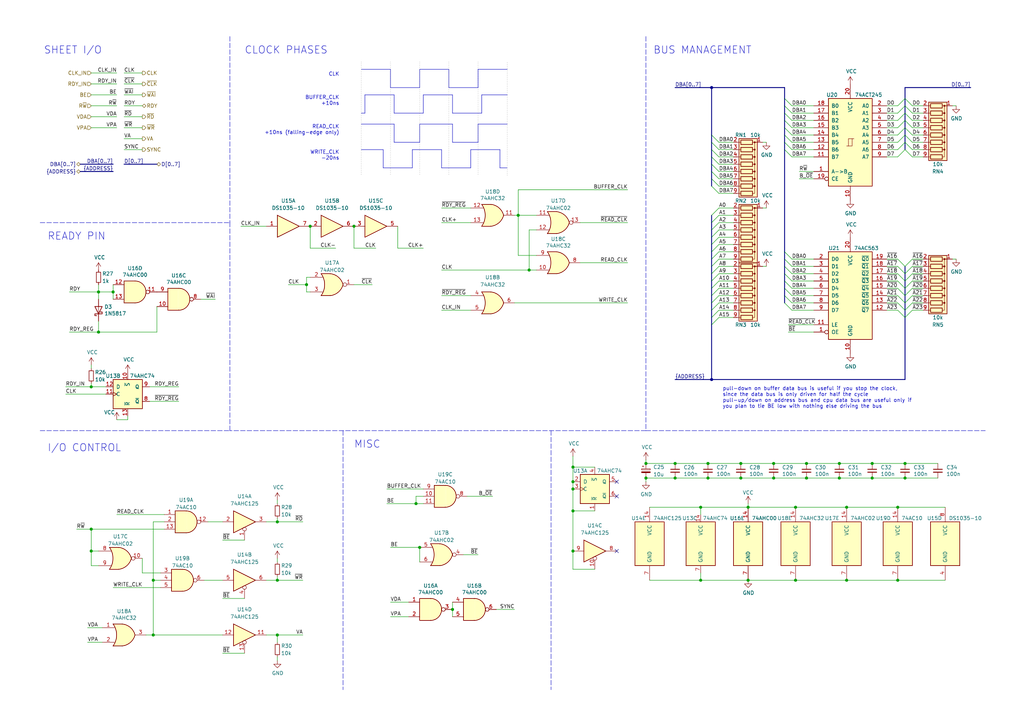
<source format=kicad_sch>
(kicad_sch (version 20211123) (generator eeschema)
  (paper "User" 356.387 251.993)
  (title_block (title "Glue Logic Module") (date "2022-05-23") (rev "A.23") (comment 2 "https://github.com/adrienkohlbecker/65C816") (comment 3 "Licensed under CERN-OHL-W v2") (comment 4 "Copyright © 2022 Adrien Kohlbecker"))
  (junction (at 199.39 177.8))
  (junction (at 34.29 101.6))
  (junction (at 199.39 167.64))
  (junction (at 144.78 175.26))
  (junction (at 234.95 161.29))
  (junction (at 312.42 176.53))
  (junction (at 292.1 161.29))
  (junction (at 34.29 115.57))
  (junction (at 269.24 166.37))
  (junction (at 53.34 220.98))
  (junction (at 243.84 176.53))
  (junction (at 247.65 132.08))
  (junction (at 96.52 220.98))
  (junction (at 184.15 93.98))
  (junction (at 31.75 184.15))
  (junction (at 39.37 101.6))
  (junction (at 107.95 78.74))
  (junction (at 106.68 99.06))
  (junction (at 280.67 161.29))
  (junction (at 257.81 161.29))
  (junction (at 31.75 191.77))
  (junction (at 247.65 30.48))
  (junction (at 260.35 201.93))
  (junction (at 269.24 161.29))
  (junction (at 146.05 190.5))
  (junction (at 303.53 166.37))
  (junction (at 180.34 74.93))
  (junction (at 257.81 166.37))
  (junction (at 199.39 191.77))
  (junction (at 243.84 201.93))
  (junction (at 312.42 201.93))
  (junction (at 123.19 78.74))
  (junction (at 96.52 181.61))
  (junction (at 224.79 166.37))
  (junction (at 199.39 170.18))
  (junction (at 276.86 201.93))
  (junction (at 96.52 201.93))
  (junction (at 224.79 161.29))
  (junction (at 292.1 166.37))
  (junction (at 246.38 161.29))
  (junction (at 246.38 166.37))
  (junction (at 276.86 176.53))
  (junction (at 280.67 166.37))
  (junction (at 157.48 212.09))
  (junction (at 53.34 201.93))
  (junction (at 314.96 161.29))
  (junction (at 314.96 166.37))
  (junction (at 199.39 162.56))
  (junction (at 303.53 161.29))
  (junction (at 294.64 201.93))
  (junction (at 31.75 134.62))
  (junction (at 260.35 176.53))
  (junction (at 294.64 176.53))
  (junction (at 234.95 166.37))
  (no_connect (at 214.63 191.77))
  (no_connect (at 214.63 167.64))
  (no_connect (at 214.63 172.72))
  (bus_entry (at 250.19 49.53) (size -2.54 -2.54))
  (bus_entry (at 314.96 41.91) (size -2.54 2.54))
  (bus_entry (at 314.96 41.91) (size 2.54 2.54))
  (bus_entry (at 312.42 92.71) (size 2.54 2.54))
  (bus_entry (at 273.05 49.53) (size 2.54 2.54))
  (bus_entry (at 317.5 97.79) (size -2.54 2.54))
  (bus_entry (at 317.5 102.87) (size -2.54 2.54))
  (bus_entry (at 273.05 105.41) (size 2.54 2.54))
  (bus_entry (at 273.05 92.71) (size 2.54 2.54))
  (bus_entry (at 273.05 102.87) (size 2.54 2.54))
  (bus_entry (at 273.05 39.37) (size 2.54 2.54))
  (bus_entry (at 312.42 102.87) (size 2.54 2.54))
  (bus_entry (at 250.19 52.07) (size -2.54 -2.54))
  (bus_entry (at 247.65 87.63) (size 2.54 -2.54))
  (bus_entry (at 247.65 92.71) (size 2.54 -2.54))
  (bus_entry (at 273.05 46.99) (size 2.54 2.54))
  (bus_entry (at 312.42 107.95) (size 2.54 2.54))
  (bus_entry (at 250.19 57.15) (size -2.54 -2.54))
  (bus_entry (at 317.5 90.17) (size -2.54 2.54))
  (bus_entry (at 273.05 100.33) (size 2.54 2.54))
  (bus_entry (at 247.65 97.79) (size 2.54 -2.54))
  (bus_entry (at 247.65 82.55) (size 2.54 -2.54))
  (bus_entry (at 314.96 52.07) (size 2.54 2.54))
  (bus_entry (at 317.5 95.25) (size -2.54 2.54))
  (bus_entry (at 273.05 90.17) (size 2.54 2.54))
  (bus_entry (at 250.19 54.61) (size -2.54 -2.54))
  (bus_entry (at 314.96 36.83) (size -2.54 2.54))
  (bus_entry (at 247.65 113.03) (size 2.54 -2.54))
  (bus_entry (at 273.05 44.45) (size 2.54 2.54))
  (bus_entry (at 247.65 107.95) (size 2.54 -2.54))
  (bus_entry (at 250.19 62.23) (size -2.54 -2.54))
  (bus_entry (at 247.65 95.25) (size 2.54 -2.54))
  (bus_entry (at 317.5 105.41) (size -2.54 2.54))
  (bus_entry (at 247.65 90.17) (size 2.54 -2.54))
  (bus_entry (at 247.65 110.49) (size 2.54 -2.54))
  (bus_entry (at 314.96 46.99) (size -2.54 2.54))
  (bus_entry (at 314.96 44.45) (size 2.54 2.54))
  (bus_entry (at 273.05 36.83) (size 2.54 2.54))
  (bus_entry (at 314.96 39.37) (size -2.54 2.54))
  (bus_entry (at 250.19 59.69) (size -2.54 -2.54))
  (bus_entry (at 247.65 85.09) (size 2.54 -2.54))
  (bus_entry (at 314.96 52.07) (size -2.54 2.54))
  (bus_entry (at 312.42 100.33) (size 2.54 2.54))
  (bus_entry (at 312.42 105.41) (size 2.54 2.54))
  (bus_entry (at 317.5 92.71) (size -2.54 2.54))
  (bus_entry (at 273.05 97.79) (size 2.54 2.54))
  (bus_entry (at 317.5 107.95) (size -2.54 2.54))
  (bus_entry (at 314.96 34.29) (size -2.54 2.54))
  (bus_entry (at 312.42 90.17) (size 2.54 2.54))
  (bus_entry (at 314.96 39.37) (size 2.54 2.54))
  (bus_entry (at 247.65 100.33) (size 2.54 -2.54))
  (bus_entry (at 273.05 34.29) (size 2.54 2.54))
  (bus_entry (at 273.05 41.91) (size 2.54 2.54))
  (bus_entry (at 247.65 105.41) (size 2.54 -2.54))
  (bus_entry (at 273.05 95.25) (size 2.54 2.54))
  (bus_entry (at 273.05 52.07) (size 2.54 2.54))
  (bus_entry (at 317.5 100.33) (size -2.54 2.54))
  (bus_entry (at 250.19 64.77) (size -2.54 -2.54))
  (bus_entry (at 247.65 74.93) (size 2.54 -2.54))
  (bus_entry (at 314.96 36.83) (size 2.54 2.54))
  (bus_entry (at 314.96 49.53) (size 2.54 2.54))
  (bus_entry (at 314.96 34.29) (size 2.54 2.54))
  (bus_entry (at 314.96 44.45) (size -2.54 2.54))
  (bus_entry (at 247.65 80.01) (size 2.54 -2.54))
  (bus_entry (at 250.19 67.31) (size -2.54 -2.54))
  (bus_entry (at 273.05 87.63) (size 2.54 2.54))
  (bus_entry (at 247.65 77.47) (size 2.54 -2.54))
  (bus_entry (at 312.42 95.25) (size 2.54 2.54))
  (bus_entry (at 314.96 49.53) (size -2.54 2.54))
  (bus_entry (at 314.96 46.99) (size 2.54 2.54))
  (bus_entry (at 312.42 97.79) (size 2.54 2.54))
  (bus_entry (at 247.65 102.87) (size 2.54 -2.54))
  (wire (pts (xy 199.39 177.8) (xy 207.01 177.8)))
  (wire (pts (xy 43.18 44.45) (xy 49.53 44.45)))
  (wire (pts (xy 34.29 111.76) (xy 34.29 115.57)))
  (polyline (pts (xy 135.89 24.13) (xy 135.89 30.48)) (stroke (width 0) (type solid)))
  (wire (pts (xy 34.29 101.6) (xy 34.29 99.06)))
  (wire (pts (xy 303.53 166.37) (xy 292.1 166.37)))
  (bus (pts (xy 247.65 107.95) (xy 247.65 110.49)))
  (polyline (pts (xy 143.51 58.42) (xy 143.51 52.07)) (stroke (width 0) (type solid)))
  (wire (pts (xy 179.07 105.41) (xy 218.44 105.41)))
  (wire (pts (xy 134.62 170.18) (xy 147.32 170.18)))
  (polyline (pts (xy 146.05 21.59) (xy 146.05 60.96)) (stroke (width 0) (type dot) (color 132 132 132 1)))
  (wire (pts (xy 250.19 59.69) (xy 255.27 59.69)))
  (wire (pts (xy 123.19 78.74) (xy 123.19 86.36)))
  (bus (pts (xy 314.96 102.87) (xy 314.96 105.41)))
  (wire (pts (xy 201.93 77.47) (xy 218.44 77.47)))
  (wire (pts (xy 308.61 39.37) (xy 312.42 39.37)))
  (polyline (pts (xy 146.05 49.53) (xy 146.05 43.18)) (stroke (width 0) (type solid)))
  (wire (pts (xy 255.27 87.63) (xy 250.19 87.63)))
  (wire (pts (xy 250.19 62.23) (xy 255.27 62.23)))
  (wire (pts (xy 331.47 36.83) (xy 332.74 36.83)))
  (wire (pts (xy 96.52 181.61) (xy 105.41 181.61)))
  (wire (pts (xy 321.31 52.07) (xy 317.5 52.07)))
  (wire (pts (xy 250.19 67.31) (xy 255.27 67.31)))
  (wire (pts (xy 317.5 107.95) (xy 321.31 107.95)))
  (wire (pts (xy 31.75 29.21) (xy 40.64 29.21)))
  (bus (pts (xy 247.65 74.93) (xy 247.65 77.47)))
  (wire (pts (xy 312.42 36.83) (xy 308.61 36.83)))
  (wire (pts (xy 54.61 115.57) (xy 54.61 106.68)))
  (polyline (pts (xy 167.64 39.37) (xy 167.64 33.02)) (stroke (width 0) (type solid)))
  (bus (pts (xy 247.65 110.49) (xy 247.65 113.03)))
  (wire (pts (xy 31.75 36.83) (xy 40.64 36.83)))
  (wire (pts (xy 53.34 181.61) (xy 53.34 201.93)))
  (bus (pts (xy 314.96 34.29) (xy 314.96 36.83)))
  (wire (pts (xy 331.47 90.17) (xy 332.74 90.17)))
  (wire (pts (xy 275.59 97.79) (xy 283.21 97.79)))
  (bus (pts (xy 273.05 41.91) (xy 273.05 44.45)))
  (bus (pts (xy 314.96 49.53) (xy 314.96 52.07)))
  (wire (pts (xy 283.21 100.33) (xy 275.59 100.33)))
  (bus (pts (xy 314.96 46.99) (xy 314.96 49.53)))
  (wire (pts (xy 321.31 46.99) (xy 317.5 46.99)))
  (polyline (pts (xy 125.73 52.07) (xy 133.35 52.07)) (stroke (width 0) (type solid)))
  (polyline (pts (xy 156.21 21.59) (xy 156.21 60.96)) (stroke (width 0) (type dot) (color 132 132 132 1)))
  (wire (pts (xy 53.34 201.93) (xy 55.88 201.93)))
  (wire (pts (xy 77.47 227.33) (xy 85.09 227.33)))
  (bus (pts (xy 247.65 30.48) (xy 273.05 30.48)))
  (wire (pts (xy 96.52 173.99) (xy 96.52 175.26)))
  (wire (pts (xy 72.39 181.61) (xy 77.47 181.61)))
  (polyline (pts (xy 157.48 49.53) (xy 166.37 49.53)) (stroke (width 0) (type solid)))
  (wire (pts (xy 138.43 78.74) (xy 138.43 86.36)))
  (wire (pts (xy 224.79 160.02) (xy 224.79 161.29)))
  (polyline (pts (xy 146.05 30.48) (xy 146.05 24.13)) (stroke (width 0) (type solid)))
  (wire (pts (xy 243.84 176.53) (xy 243.84 179.07)))
  (wire (pts (xy 106.68 99.06) (xy 106.68 101.6)))
  (bus (pts (xy 314.96 30.48) (xy 314.96 34.29)))
  (wire (pts (xy 243.84 176.53) (xy 260.35 176.53)))
  (wire (pts (xy 153.67 93.98) (xy 184.15 93.98)))
  (wire (pts (xy 321.31 36.83) (xy 317.5 36.83)))
  (polyline (pts (xy 127 33.02) (xy 137.16 33.02)) (stroke (width 0) (type solid)))
  (wire (pts (xy 308.61 107.95) (xy 312.42 107.95)))
  (wire (pts (xy 250.19 110.49) (xy 255.27 110.49)))
  (polyline (pts (xy 156.21 30.48) (xy 166.37 30.48)) (stroke (width 0) (type solid)))
  (bus (pts (xy 273.05 39.37) (xy 273.05 41.91)))
  (wire (pts (xy 31.75 191.77) (xy 31.75 184.15)))
  (polyline (pts (xy 163.83 52.07) (xy 173.99 52.07)) (stroke (width 0) (type solid)))
  (bus (pts (xy 314.96 41.91) (xy 314.96 44.45)))
  (bus (pts (xy 314.96 92.71) (xy 314.96 95.25)))
  (wire (pts (xy 308.61 54.61) (xy 312.42 54.61)))
  (wire (pts (xy 276.86 201.93) (xy 294.64 201.93)))
  (polyline (pts (xy 156.21 24.13) (xy 156.21 30.48)) (stroke (width 0) (type solid)))
  (wire (pts (xy 146.05 190.5) (xy 146.05 195.58)))
  (polyline (pts (xy 133.35 58.42) (xy 143.51 58.42)) (stroke (width 0) (type solid)))
  (polyline (pts (xy 125.73 21.59) (xy 125.73 60.96)) (stroke (width 0) (type dot) (color 132 132 132 1)))
  (bus (pts (xy 273.05 95.25) (xy 273.05 97.79)))
  (wire (pts (xy 250.19 74.93) (xy 255.27 74.93)))
  (wire (pts (xy 49.53 194.31) (xy 49.53 199.39)))
  (polyline (pts (xy 125.73 39.37) (xy 127 39.37)) (stroke (width 0) (type solid)))
  (wire (pts (xy 180.34 74.93) (xy 180.34 88.9)))
  (wire (pts (xy 179.07 74.93) (xy 180.34 74.93)))
  (bus (pts (xy 273.05 92.71) (xy 273.05 95.25)))
  (bus (pts (xy 247.65 132.08) (xy 314.96 132.08)))
  (wire (pts (xy 275.59 92.71) (xy 283.21 92.71)))
  (bus (pts (xy 247.65 49.53) (xy 247.65 52.07)))
  (wire (pts (xy 283.21 90.17) (xy 275.59 90.17)))
  (wire (pts (xy 184.15 80.01) (xy 184.15 93.98)))
  (wire (pts (xy 180.34 74.93) (xy 186.69 74.93)))
  (wire (pts (xy 52.07 134.62) (xy 62.23 134.62)))
  (wire (pts (xy 71.12 201.93) (xy 77.47 201.93)))
  (bus (pts (xy 247.65 85.09) (xy 247.65 87.63)))
  (bus (pts (xy 273.05 102.87) (xy 273.05 105.41)))
  (wire (pts (xy 161.29 193.04) (xy 166.37 193.04)))
  (bus (pts (xy 247.65 95.25) (xy 247.65 97.79)))
  (wire (pts (xy 246.38 166.37) (xy 257.81 166.37)))
  (wire (pts (xy 314.96 166.37) (xy 303.53 166.37)))
  (bus (pts (xy 273.05 44.45) (xy 273.05 46.99)))
  (wire (pts (xy 135.89 214.63) (xy 142.24 214.63)))
  (wire (pts (xy 144.78 175.26) (xy 147.32 175.26)))
  (bus (pts (xy 273.05 87.63) (xy 273.05 90.17)))
  (wire (pts (xy 274.32 113.03) (xy 283.21 113.03)))
  (bus (pts (xy 273.05 49.53) (xy 273.05 52.07)))
  (wire (pts (xy 312.42 95.25) (xy 308.61 95.25)))
  (wire (pts (xy 92.71 201.93) (xy 96.52 201.93)))
  (wire (pts (xy 269.24 166.37) (xy 257.81 166.37)))
  (wire (pts (xy 43.18 40.64) (xy 49.53 40.64)))
  (wire (pts (xy 312.42 52.07) (xy 308.61 52.07)))
  (polyline (pts (xy 146.05 24.13) (xy 156.21 24.13)) (stroke (width 0) (type solid)))
  (wire (pts (xy 280.67 161.29) (xy 292.1 161.29)))
  (wire (pts (xy 326.39 166.37) (xy 314.96 166.37)))
  (wire (pts (xy 243.84 199.39) (xy 243.84 201.93)))
  (wire (pts (xy 255.27 72.39) (xy 250.19 72.39)))
  (polyline (pts (xy 153.67 58.42) (xy 163.83 58.42)) (stroke (width 0) (type solid)))
  (wire (pts (xy 34.29 104.14) (xy 34.29 101.6)))
  (wire (pts (xy 44.45 144.78) (xy 44.45 146.05)))
  (bus (pts (xy 273.05 46.99) (xy 273.05 49.53)))
  (wire (pts (xy 250.19 90.17) (xy 255.27 90.17)))
  (wire (pts (xy 321.31 100.33) (xy 317.5 100.33)))
  (polyline (pts (xy 166.37 49.53) (xy 166.37 43.18)) (stroke (width 0) (type solid)))
  (wire (pts (xy 312.42 90.17) (xy 308.61 90.17)))
  (wire (pts (xy 218.44 66.04) (xy 180.34 66.04)))
  (wire (pts (xy 49.53 29.21) (xy 43.18 29.21)))
  (wire (pts (xy 275.59 39.37) (xy 283.21 39.37)))
  (wire (pts (xy 31.75 44.45) (xy 40.64 44.45)))
  (wire (pts (xy 31.75 191.77) (xy 34.29 191.77)))
  (polyline (pts (xy 191.77 149.86) (xy 191.77 240.03)))
  (wire (pts (xy 308.61 44.45) (xy 312.42 44.45)))
  (wire (pts (xy 294.64 201.93) (xy 312.42 201.93)))
  (wire (pts (xy 257.81 161.29) (xy 269.24 161.29)))
  (wire (pts (xy 135.89 190.5) (xy 146.05 190.5)))
  (bus (pts (xy 234.95 30.48) (xy 247.65 30.48)))
  (wire (pts (xy 34.29 115.57) (xy 54.61 115.57)))
  (wire (pts (xy 283.21 46.99) (xy 275.59 46.99)))
  (wire (pts (xy 153.67 107.95) (xy 163.83 107.95)))
  (wire (pts (xy 40.64 40.64) (xy 31.75 40.64)))
  (polyline (pts (xy 143.51 52.07) (xy 153.67 52.07)) (stroke (width 0) (type solid)))
  (bus (pts (xy 43.18 57.15) (xy 54.61 57.15)))
  (polyline (pts (xy 135.89 30.48) (xy 146.05 30.48)) (stroke (width 0) (type solid)))
  (wire (pts (xy 53.34 181.61) (xy 57.15 181.61)))
  (polyline (pts (xy 147.32 33.02) (xy 157.48 33.02)) (stroke (width 0) (type solid)))
  (wire (pts (xy 255.27 82.55) (xy 250.19 82.55)))
  (wire (pts (xy 44.45 146.05) (xy 40.64 146.05)))
  (bus (pts (xy 273.05 90.17) (xy 273.05 92.71)))
  (wire (pts (xy 34.29 101.6) (xy 39.37 101.6)))
  (bus (pts (xy 273.05 30.48) (xy 273.05 34.29)))
  (wire (pts (xy 199.39 162.56) (xy 199.39 167.64)))
  (polyline (pts (xy 13.97 77.47) (xy 80.01 77.47)))
  (wire (pts (xy 257.81 161.29) (xy 246.38 161.29)))
  (polyline (pts (xy 137.16 39.37) (xy 147.32 39.37)) (stroke (width 0) (type solid)))
  (polyline (pts (xy 133.35 52.07) (xy 133.35 58.42)) (stroke (width 0) (type solid)))
  (bus (pts (xy 247.65 90.17) (xy 247.65 92.71)))
  (wire (pts (xy 92.71 220.98) (xy 96.52 220.98)))
  (wire (pts (xy 274.32 115.57) (xy 283.21 115.57)))
  (bus (pts (xy 273.05 36.83) (xy 273.05 39.37)))
  (wire (pts (xy 22.86 134.62) (xy 31.75 134.62)))
  (bus (pts (xy 314.96 39.37) (xy 314.96 41.91)))
  (wire (pts (xy 275.59 102.87) (xy 283.21 102.87)))
  (wire (pts (xy 303.53 161.29) (xy 314.96 161.29)))
  (wire (pts (xy 199.39 177.8) (xy 199.39 191.77)))
  (wire (pts (xy 43.18 52.07) (xy 49.53 52.07)))
  (wire (pts (xy 96.52 220.98) (xy 96.52 223.52)))
  (wire (pts (xy 317.5 54.61) (xy 321.31 54.61)))
  (polyline (pts (xy 153.67 52.07) (xy 153.67 58.42)) (stroke (width 0) (type solid)))
  (wire (pts (xy 184.15 80.01) (xy 186.69 80.01)))
  (wire (pts (xy 184.15 93.98) (xy 186.69 93.98)))
  (bus (pts (xy 247.65 87.63) (xy 247.65 90.17)))
  (wire (pts (xy 255.27 92.71) (xy 250.19 92.71)))
  (bus (pts (xy 314.96 110.49) (xy 314.96 132.08)))
  (bus (pts (xy 247.65 62.23) (xy 247.65 64.77)))
  (wire (pts (xy 180.34 88.9) (xy 186.69 88.9)))
  (wire (pts (xy 317.5 97.79) (xy 321.31 97.79)))
  (wire (pts (xy 226.06 201.93) (xy 243.84 201.93)))
  (polyline (pts (xy 167.64 33.02) (xy 176.53 33.02)) (stroke (width 0) (type solid)))
  (wire (pts (xy 246.38 161.29) (xy 234.95 161.29)))
  (wire (pts (xy 260.35 176.53) (xy 276.86 176.53)))
  (wire (pts (xy 312.42 105.41) (xy 308.61 105.41)))
  (wire (pts (xy 250.19 105.41) (xy 255.27 105.41)))
  (wire (pts (xy 278.13 62.23) (xy 283.21 62.23)))
  (wire (pts (xy 250.19 49.53) (xy 255.27 49.53)))
  (wire (pts (xy 266.7 72.39) (xy 265.43 72.39)))
  (wire (pts (xy 31.75 25.4) (xy 40.64 25.4)))
  (polyline (pts (xy 224.79 149.86) (xy 342.9 149.86)))
  (wire (pts (xy 100.33 99.06) (xy 106.68 99.06)))
  (bus (pts (xy 273.05 52.07) (xy 273.05 87.63)))
  (bus (pts (xy 247.65 52.07) (xy 247.65 54.61)))
  (polyline (pts (xy 173.99 58.42) (xy 176.53 58.42)) (stroke (width 0) (type solid)))
  (wire (pts (xy 224.79 166.37) (xy 234.95 166.37)))
  (wire (pts (xy 234.95 166.37) (xy 246.38 166.37)))
  (wire (pts (xy 283.21 95.25) (xy 275.59 95.25)))
  (bus (pts (xy 247.65 105.41) (xy 247.65 107.95)))
  (wire (pts (xy 172.72 212.09) (xy 179.07 212.09)))
  (wire (pts (xy 250.19 100.33) (xy 255.27 100.33)))
  (wire (pts (xy 106.68 96.52) (xy 107.95 96.52)))
  (wire (pts (xy 69.85 104.14) (xy 74.93 104.14)))
  (polyline (pts (xy 166.37 43.18) (xy 176.53 43.18)) (stroke (width 0) (type solid)))
  (bus (pts (xy 273.05 100.33) (xy 273.05 102.87)))
  (wire (pts (xy 312.42 41.91) (xy 308.61 41.91)))
  (wire (pts (xy 308.61 49.53) (xy 312.42 49.53)))
  (polyline (pts (xy 166.37 30.48) (xy 166.37 24.13)) (stroke (width 0) (type solid)))
  (polyline (pts (xy 147.32 39.37) (xy 147.32 33.02)) (stroke (width 0) (type solid)))
  (wire (pts (xy 317.5 102.87) (xy 321.31 102.87)))
  (bus (pts (xy 247.65 82.55) (xy 247.65 85.09)))
  (wire (pts (xy 224.79 161.29) (xy 234.95 161.29)))
  (wire (pts (xy 134.62 175.26) (xy 144.78 175.26)))
  (polyline (pts (xy 173.99 52.07) (xy 173.99 58.42)) (stroke (width 0) (type solid)))
  (wire (pts (xy 292.1 166.37) (xy 280.67 166.37)))
  (wire (pts (xy 107.95 86.36) (xy 116.84 86.36)))
  (wire (pts (xy 31.75 184.15) (xy 57.15 184.15)))
  (bus (pts (xy 314.96 97.79) (xy 314.96 100.33)))
  (bus (pts (xy 247.65 100.33) (xy 247.65 102.87)))
  (wire (pts (xy 317.5 44.45) (xy 321.31 44.45)))
  (wire (pts (xy 255.27 97.79) (xy 250.19 97.79)))
  (wire (pts (xy 96.52 220.98) (xy 105.41 220.98)))
  (wire (pts (xy 144.78 175.26) (xy 144.78 172.72)))
  (wire (pts (xy 312.42 176.53) (xy 328.93 176.53)))
  (polyline (pts (xy 166.37 24.13) (xy 176.53 24.13)) (stroke (width 0) (type solid)))
  (bus (pts (xy 27.94 57.15) (xy 39.37 57.15)))
  (wire (pts (xy 255.27 77.47) (xy 250.19 77.47)))
  (wire (pts (xy 265.43 49.53) (xy 266.7 49.53)))
  (wire (pts (xy 269.24 161.29) (xy 280.67 161.29)))
  (polyline (pts (xy 80.01 149.86) (xy 80.01 77.47)))
  (wire (pts (xy 250.19 57.15) (xy 255.27 57.15)))
  (wire (pts (xy 31.75 127) (xy 31.75 128.27)))
  (wire (pts (xy 135.89 209.55) (xy 142.24 209.55)))
  (wire (pts (xy 153.67 72.39) (xy 163.83 72.39)))
  (wire (pts (xy 40.64 179.07) (xy 57.15 179.07)))
  (polyline (pts (xy 163.83 58.42) (xy 163.83 52.07)) (stroke (width 0) (type solid)))
  (wire (pts (xy 312.42 100.33) (xy 308.61 100.33)))
  (wire (pts (xy 157.48 209.55) (xy 157.48 212.09)))
  (wire (pts (xy 243.84 201.93) (xy 260.35 201.93)))
  (wire (pts (xy 31.75 196.85) (xy 31.75 191.77)))
  (wire (pts (xy 24.13 101.6) (xy 34.29 101.6)))
  (wire (pts (xy 40.64 33.02) (xy 31.75 33.02)))
  (wire (pts (xy 199.39 162.56) (xy 207.01 162.56)))
  (wire (pts (xy 96.52 180.34) (xy 96.52 181.61)))
  (wire (pts (xy 283.21 41.91) (xy 275.59 41.91)))
  (wire (pts (xy 317.5 92.71) (xy 321.31 92.71)))
  (bus (pts (xy 247.65 80.01) (xy 247.65 82.55)))
  (bus (pts (xy 247.65 59.69) (xy 247.65 62.23)))
  (bus (pts (xy 247.65 113.03) (xy 247.65 132.08)))
  (wire (pts (xy 138.43 86.36) (xy 147.32 86.36)))
  (wire (pts (xy 260.35 201.93) (xy 276.86 201.93)))
  (bus (pts (xy 247.65 46.99) (xy 247.65 49.53)))
  (bus (pts (xy 247.65 57.15) (xy 247.65 59.69)))
  (wire (pts (xy 96.52 228.6) (xy 96.52 229.87)))
  (wire (pts (xy 83.82 78.74) (xy 92.71 78.74)))
  (polyline (pts (xy 157.48 39.37) (xy 167.64 39.37)) (stroke (width 0) (type solid)))
  (wire (pts (xy 314.96 161.29) (xy 326.39 161.29)))
  (polyline (pts (xy 125.73 43.18) (xy 137.16 43.18)) (stroke (width 0) (type solid)))
  (wire (pts (xy 308.61 92.71) (xy 312.42 92.71)))
  (wire (pts (xy 123.19 86.36) (xy 130.81 86.36)))
  (polyline (pts (xy 127 39.37) (xy 127 33.02)) (stroke (width 0) (type solid)))
  (wire (pts (xy 201.93 91.44) (xy 218.44 91.44)))
  (wire (pts (xy 39.37 101.6) (xy 39.37 104.14)))
  (bus (pts (xy 247.65 30.48) (xy 247.65 46.99)))
  (wire (pts (xy 283.21 59.69) (xy 278.13 59.69)))
  (wire (pts (xy 106.68 96.52) (xy 106.68 99.06)))
  (wire (pts (xy 39.37 101.6) (xy 39.37 99.06)))
  (bus (pts (xy 314.96 107.95) (xy 314.96 110.49)))
  (bus (pts (xy 247.65 77.47) (xy 247.65 80.01)))
  (bus (pts (xy 314.96 100.33) (xy 314.96 102.87)))
  (wire (pts (xy 317.5 39.37) (xy 321.31 39.37)))
  (wire (pts (xy 250.19 52.07) (xy 255.27 52.07)))
  (wire (pts (xy 199.39 170.18) (xy 199.39 177.8)))
  (wire (pts (xy 321.31 105.41) (xy 317.5 105.41)))
  (bus (pts (xy 314.96 44.45) (xy 314.96 46.99)))
  (wire (pts (xy 180.34 66.04) (xy 180.34 74.93)))
  (polyline (pts (xy 135.89 21.59) (xy 135.89 60.96)) (stroke (width 0) (type dot) (color 132 132 132 1)))
  (wire (pts (xy 26.67 184.15) (xy 31.75 184.15)))
  (wire (pts (xy 275.59 44.45) (xy 283.21 44.45)))
  (wire (pts (xy 30.48 218.44) (xy 35.56 218.44)))
  (wire (pts (xy 123.19 99.06) (xy 129.54 99.06)))
  (bus (pts (xy 314.96 36.83) (xy 314.96 39.37)))
  (wire (pts (xy 312.42 201.93) (xy 328.93 201.93)))
  (bus (pts (xy 27.94 59.69) (xy 39.37 59.69)))
  (wire (pts (xy 96.52 194.31) (xy 96.52 195.58)))
  (polyline (pts (xy 137.16 43.18) (xy 137.16 49.53)) (stroke (width 0) (type solid)))
  (wire (pts (xy 50.8 220.98) (xy 53.34 220.98)))
  (wire (pts (xy 31.75 196.85) (xy 34.29 196.85)))
  (bus (pts (xy 314.96 105.41) (xy 314.96 107.95)))
  (wire (pts (xy 24.13 115.57) (xy 34.29 115.57)))
  (wire (pts (xy 77.47 208.28) (xy 85.09 208.28)))
  (wire (pts (xy 31.75 134.62) (xy 36.83 134.62)))
  (wire (pts (xy 255.27 102.87) (xy 250.19 102.87)))
  (wire (pts (xy 321.31 95.25) (xy 317.5 95.25)))
  (wire (pts (xy 157.48 212.09) (xy 157.48 214.63)))
  (wire (pts (xy 106.68 101.6) (xy 107.95 101.6)))
  (bus (pts (xy 314.96 30.48) (xy 337.82 30.48)))
  (bus (pts (xy 273.05 34.29) (xy 273.05 36.83)))
  (polyline (pts (xy 157.48 43.18) (xy 157.48 49.53)) (stroke (width 0) (type solid)))
  (wire (pts (xy 275.59 54.61) (xy 283.21 54.61)))
  (wire (pts (xy 224.79 166.37) (xy 224.79 167.64)))
  (bus (pts (xy 247.65 92.71) (xy 247.65 95.25)))
  (wire (pts (xy 308.61 97.79) (xy 312.42 97.79)))
  (wire (pts (xy 31.75 133.35) (xy 31.75 134.62)))
  (bus (pts (xy 247.65 54.61) (xy 247.65 57.15)))
  (wire (pts (xy 308.61 102.87) (xy 312.42 102.87)))
  (wire (pts (xy 283.21 36.83) (xy 275.59 36.83)))
  (wire (pts (xy 226.06 176.53) (xy 243.84 176.53)))
  (wire (pts (xy 250.19 95.25) (xy 255.27 95.25)))
  (wire (pts (xy 317.5 49.53) (xy 321.31 49.53)))
  (polyline (pts (xy 176.53 21.8543) (xy 176.53 61.2243)) (stroke (width 0) (type dot) (color 132 132 132 1)))
  (wire (pts (xy 22.86 137.16) (xy 36.83 137.16)))
  (wire (pts (xy 275.59 49.53) (xy 283.21 49.53)))
  (polyline (pts (xy 80.01 12.7) (xy 80.01 77.47)))
  (wire (pts (xy 153.67 77.47) (xy 163.83 77.47)))
  (polyline (pts (xy 119.38 149.86) (xy 119.38 240.03)))
  (bus (pts (xy 247.65 102.87) (xy 247.65 105.41)))
  (wire (pts (xy 275.59 107.95) (xy 283.21 107.95)))
  (wire (pts (xy 294.64 176.53) (xy 312.42 176.53)))
  (polyline (pts (xy 125.73 24.13) (xy 135.89 24.13)) (stroke (width 0) (type solid)))
  (polyline (pts (xy 137.16 49.53) (xy 146.05 49.53)) (stroke (width 0) (type solid)))
  (wire (pts (xy 162.56 172.72) (xy 171.45 172.72)))
  (wire (pts (xy 250.19 85.09) (xy 255.27 85.09)))
  (wire (pts (xy 77.47 187.96) (xy 85.09 187.96)))
  (wire (pts (xy 199.39 158.75) (xy 199.39 162.56)))
  (wire (pts (xy 280.67 166.37) (xy 269.24 166.37)))
  (wire (pts (xy 49.53 25.4) (xy 43.18 25.4)))
  (polyline (pts (xy 157.48 33.02) (xy 157.48 39.37)) (stroke (width 0) (type solid)))
  (wire (pts (xy 43.18 36.83) (xy 49.53 36.83)))
  (wire (pts (xy 250.19 80.01) (xy 255.27 80.01)))
  (wire (pts (xy 207.01 198.12) (xy 199.39 198.12)))
  (wire (pts (xy 107.95 78.74) (xy 107.95 86.36)))
  (wire (pts (xy 96.52 201.93) (xy 105.41 201.93)))
  (wire (pts (xy 96.52 200.66) (xy 96.52 201.93)))
  (wire (pts (xy 43.18 33.02) (xy 49.53 33.02)))
  (wire (pts (xy 53.34 220.98) (xy 77.47 220.98)))
  (wire (pts (xy 250.19 64.77) (xy 255.27 64.77)))
  (wire (pts (xy 266.7 92.71) (xy 265.43 92.71)))
  (wire (pts (xy 92.71 181.61) (xy 96.52 181.61)))
  (wire (pts (xy 260.35 176.53) (xy 260.35 175.26)))
  (bus (pts (xy 247.65 97.79) (xy 247.65 100.33)))
  (wire (pts (xy 39.37 204.47) (xy 55.88 204.47)))
  (polyline (pts (xy 224.79 12.7) (xy 224.79 149.86)))
  (wire (pts (xy 255.27 107.95) (xy 250.19 107.95)))
  (wire (pts (xy 283.21 105.41) (xy 275.59 105.41)))
  (wire (pts (xy 321.31 41.91) (xy 317.5 41.91)))
  (wire (pts (xy 43.18 48.26) (xy 49.53 48.26)))
  (wire (pts (xy 199.39 191.77) (xy 199.39 198.12)))
  (polyline (pts (xy 146.05 43.18) (xy 157.48 43.18)) (stroke (width 0) (type solid)))
  (polyline (pts (xy 13.97 149.86) (xy 80.01 149.86)))
  (wire (pts (xy 153.67 102.87) (xy 163.83 102.87)))
  (wire (pts (xy 199.39 167.64) (xy 199.39 170.18)))
  (wire (pts (xy 250.19 54.61) (xy 255.27 54.61)))
  (polyline (pts (xy 224.79 149.86) (xy 80.01 149.86)))
  (polyline (pts (xy 137.16 33.02) (xy 137.16 39.37)) (stroke (width 0) (type solid)))
  (wire (pts (xy 52.07 139.7) (xy 62.23 139.7)))
  (wire (pts (xy 30.48 223.52) (xy 35.56 223.52)))
  (wire (pts (xy 292.1 161.29) (xy 303.53 161.29)))
  (wire (pts (xy 283.21 52.07) (xy 275.59 52.07)))
  (wire (pts (xy 321.31 90.17) (xy 317.5 90.17)))
  (wire (pts (xy 276.86 176.53) (xy 294.64 176.53)))
  (wire (pts (xy 312.42 46.99) (xy 308.61 46.99)))
  (bus (pts (xy 314.96 95.25) (xy 314.96 97.79)))
  (wire (pts (xy 53.34 201.93) (xy 53.34 220.98)))
  (wire (pts (xy 144.78 172.72) (xy 147.32 172.72)))
  (wire (pts (xy 49.53 199.39) (xy 55.88 199.39)))
  (bus (pts (xy 234.95 132.08) (xy 247.65 132.08)))
  (bus (pts (xy 273.05 97.79) (xy 273.05 100.33)))
  (polyline (pts (xy 166.37 21.59) (xy 166.37 60.96)) (stroke (width 0) (type dot) (color 132 132 132 1)))
  (text "BUS MANAGEMENT" (at 227.33 19.05 0) (effects (font (size 2.54 2.54)) (justify left bottom)))
  (text "I/O CONTROL" (at 16.51 157.48 0) (effects (font (size 2.54 2.54)) (justify left bottom)))
  (text "WRITE_CLK\n-20ns" (at 118.11 55.88 180) (effects (font (size 1.27 1.27)) (justify right bottom)))
  (text "MISC" (at 123.19 156.21 0) (effects (font (size 2.54 2.54)) (justify left bottom)))
  (text "CLK" (at 118.11 26.67 180) (effects (font (size 1.27 1.27)) (justify right bottom)))
  (text "BUFFER_CLK\n+10ns" (at 118.11 36.83 180) (effects (font (size 1.27 1.27)) (justify right bottom)))
  (text "READY PIN" (at 16.51 83.82 0) (effects (font (size 2.54 2.54)) (justify left bottom)))
  (text "pull-down on buffer data bus is useful if you stop the clock, \nsince the data bus is only driven for half the cycle\npull-up/down on address bus and cpu data bus are useful only if \nyou plan to tie BE low with nothing else driving the bus" (at 251.46 142.24 0) (effects (font (size 1.27 1.27)) (justify left bottom)))
  (text "CLOCK PHASES" (at 85.09 19.05 0) (effects (font (size 2.54 2.54)) (justify left bottom)))
  (text "READ_CLK\n+10ns (falling-edge only)" (at 118.11 46.99 180) (effects (font (size 1.27 1.27)) (justify right bottom)))
  (text "SHEET I/O" (at 15.24 19.05 0) (effects (font (size 2.54 2.54)) (justify left bottom)))
  (label "~{CLK}" (at 129.54 99.06 180))
  (label "D3" (at 308.61 44.45 0))
  (label "CLK+" (at 147.32 86.36 180))
  (label "~{READ_CLK}" (at 274.32 113.03 0))
  (label "~{RD}" (at 105.41 181.61 180))
  (label "A4" (at 250.19 82.55 0))
  (label "~{BE}" (at 77.47 187.96 0))
  (label "~{A16}" (at 317.5 90.17 0))
  (label "VPA" (at 40.64 44.45 180))
  (label "B_~{OE}" (at 171.45 172.72 180))
  (label "DBA4" (at 275.59 100.33 0))
  (label "A2" (at 250.19 77.47 0))
  (label "CLK+" (at 153.67 77.47 0))
  (label "R~{W}" (at 40.64 36.83 180))
  (label "DBA3" (at 275.59 97.79 0))
  (label "A6" (at 250.19 87.63 0))
  (label "DBA2" (at 275.59 41.91 0))
  (label "READ_CLK" (at 40.64 179.07 0))
  (label "VPA" (at 30.48 223.52 0))
  (label "D7" (at 308.61 54.61 0))
  (label "~{A22}" (at 308.61 105.41 0))
  (label "SYNC" (at 43.18 52.07 0))
  (label "CLK" (at 130.81 86.36 180))
  (label "A10" (at 250.19 97.79 0))
  (label "DBA4" (at 275.59 46.99 0))
  (label "B_~{OE}" (at 278.13 62.23 0))
  (label "D4" (at 317.5 46.99 0))
  (label "R~{W}" (at 26.67 184.15 0))
  (label "BE" (at 134.62 175.26 0))
  (label "VA" (at 43.18 48.26 0))
  (label "BE" (at 135.89 190.5 0))
  (label "DBA6" (at 275.59 105.41 0))
  (label "VDA" (at 30.48 218.44 0))
  (label "~{A18}" (at 308.61 95.25 0))
  (label "~{A17}" (at 317.5 92.71 0))
  (label "A7" (at 250.19 90.17 0))
  (label "~{WAI}" (at 74.93 104.14 180))
  (label "DBA1" (at 275.59 39.37 0))
  (label "CLK-" (at 116.84 86.36 180))
  (label "A0" (at 250.19 72.39 0))
  (label "VDA" (at 40.64 40.64 180))
  (label "~{A19}" (at 308.61 97.79 0))
  (label "DBA[0..7]" (at 234.95 30.48 0))
  (label "DBA[0..7]" (at 39.37 57.15 180))
  (label "~{WR}" (at 43.18 44.45 0))
  (label "DBA2" (at 275.59 95.25 0))
  (label "DBA0" (at 250.19 49.53 0))
  (label "D4" (at 308.61 46.99 0))
  (label "A9" (at 250.19 95.25 0))
  (label "A11" (at 250.19 100.33 0))
  (label "RDY" (at 24.13 101.6 0))
  (label "CLK" (at 43.18 25.4 0))
  (label "SYNC" (at 179.07 212.09 180))
  (label "DBA0" (at 275.59 90.17 0))
  (label "D6" (at 317.5 52.07 0))
  (label "DBA3" (at 250.19 57.15 0))
  (label "A3" (at 250.19 80.01 0))
  (label "~{READ_CLK}" (at 218.44 77.47 180))
  (label "~{A23}" (at 308.61 107.95 0))
  (label "BUFFER_CLK" (at 218.44 66.04 180))
  (label "A5" (at 250.19 85.09 0))
  (label "R~{W}" (at 278.13 59.69 0))
  (label "~{A20}" (at 308.61 100.33 0))
  (label "RDY" (at 43.18 36.83 0))
  (label "VA" (at 105.41 220.98 180))
  (label "D7" (at 317.5 54.61 0))
  (label "VDA" (at 135.89 209.55 0))
  (label "~{WR}" (at 105.41 201.93 180))
  (label "A14" (at 250.19 107.95 0))
  (label "~{BE}" (at 274.32 115.57 0))
  (label "CLK_IN" (at 153.67 107.95 0))
  (label "RDY_IN" (at 40.64 29.21 180))
  (label "D5" (at 317.5 49.53 0))
  (label "~{A22}" (at 317.5 105.41 0))
  (label "D6" (at 308.61 52.07 0))
  (label "~{BE}" (at 77.47 227.33 0))
  (label "A15" (at 250.19 110.49 0))
  (label "~{A20}" (at 317.5 100.33 0))
  (label "RDY_REG" (at 24.13 115.57 0))
  (label "CLK" (at 100.33 99.06 0))
  (label "CLK_IN" (at 40.64 25.4 180))
  (label "DBA1" (at 250.19 52.07 0))
  (label "DBA6" (at 275.59 52.07 0))
  (label "CLK" (at 22.86 137.16 0))
  (label "WRITE_CLK" (at 39.37 204.47 0))
  (label "DBA3" (at 275.59 44.45 0))
  (label "BUFFER_CLK" (at 134.62 170.18 0))
  (label "~{RD}" (at 43.18 40.64 0))
  (label "~{A16}" (at 308.61 90.17 0))
  (label "DBA1" (at 275.59 92.71 0))
  (label "DBA7" (at 250.19 67.31 0))
  (label "{ADDRESS}" (at 234.95 132.08 0))
  (label "D0" (at 317.5 36.83 0))
  (label "DBA4" (at 250.19 59.69 0))
  (label "DBA7" (at 275.59 107.95 0))
  (label "DBA5" (at 250.19 62.23 0))
  (label "~{A17}" (at 308.61 92.71 0))
  (label "CLK_IN" (at 83.82 78.74 0))
  (label "D3" (at 317.5 44.45 0))
  (label "~{RDY_REG}" (at 153.67 102.87 0))
  (label "D2" (at 317.5 41.91 0))
  (label "~{BE}" (at 77.47 208.28 0))
  (label "D0" (at 308.61 36.83 0))
  (label "DBA5" (at 275.59 102.87 0))
  (label "RDY_IN" (at 22.86 134.62 0))
  (label "DBA2" (at 250.19 54.61 0))
  (label "~{A19}" (at 317.5 97.79 0))
  (label "D[0..7]" (at 337.82 30.48 180))
  (label "D1" (at 317.5 39.37 0))
  (label "~{RDY_REG}" (at 153.67 72.39 0))
  (label "DBA6" (at 250.19 64.77 0))
  (label "RDY_REG" (at 62.23 134.62 180))
  (label "VPA" (at 135.89 214.63 0))
  (label "READ_CLK" (at 218.44 91.44 180))
  (label "~{A21}" (at 317.5 102.87 0))
  (label "~{A21}" (at 308.61 102.87 0))
  (label "CLK" (at 153.67 93.98 0))
  (label "~{CLK}" (at 43.18 29.21 0))
  (label "{ADDRESS}" (at 39.37 59.69 180))
  (label "A13" (at 250.19 105.41 0))
  (label "A1" (at 250.19 74.93 0))
  (label "DBA0" (at 275.59 36.83 0))
  (label "~{A18}" (at 317.5 95.25 0))
  (label "D[0..7]" (at 43.18 57.15 0))
  (label "A12" (at 250.19 102.87 0))
  (label "A8" (at 250.19 92.71 0))
  (label "~{BE}" (at 166.37 193.04 180))
  (label "~{A23}" (at 317.5 107.95 0))
  (label "~{RDY_REG}" (at 62.23 139.7 180))
  (label "D1" (at 308.61 39.37 0))
  (label "D2" (at 308.61 41.91 0))
  (label "DBA5" (at 275.59 49.53 0))
  (label "BE" (at 40.64 33.02 180))
  (label "D5" (at 308.61 49.53 0))
  (label "~{WAI}" (at 43.18 33.02 0))
  (label "WRITE_CLK" (at 218.44 105.41 180))
  (label "DBA7" (at 275.59 54.61 0))
  (hierarchical_label "~{WAI}" (shape output) (at 49.53 33.02 0))
  (hierarchical_label "R~{W}" (shape input) (at 31.75 36.83 180))
  (hierarchical_label "VPA" (shape input) (at 31.75 44.45 180))
  (hierarchical_label "~{RD}" (shape output) (at 49.53 40.64 0))
  (hierarchical_label "SYNC" (shape output) (at 49.53 52.07 0))
  (hierarchical_label "~{CLK}" (shape output) (at 49.53 29.21 0))
  (hierarchical_label "VA" (shape output) (at 49.53 48.26 0))
  (hierarchical_label "VDA" (shape input) (at 31.75 40.64 180))
  (hierarchical_label "RDY_IN" (shape input) (at 31.75 29.21 180))
  (hierarchical_label "~{WR}" (shape output) (at 49.53 44.45 0))
  (hierarchical_label "D[0..7]" (shape bidirectional) (at 54.61 57.15 0))
  (hierarchical_label "CLK" (shape output) (at 49.53 25.4 0))
  (hierarchical_label "{ADDRESS}" (shape bidirectional) (at 27.94 59.69 180))
  (hierarchical_label "CLK_IN" (shape input) (at 31.75 25.4 180))
  (hierarchical_label "RDY" (shape bidirectional) (at 49.53 36.83 0))
  (hierarchical_label "BE" (shape input) (at 31.75 33.02 180))
  (hierarchical_label "DBA[0..7]" (shape bidirectional) (at 27.94 57.15 180))
  (symbol (lib_id "65C816:DS1035-10") (at 100.33 78.74 0) (unit 1)
    (property "Reference" "U15" (at 100.33 69.85 0))
    (property "Value" "DS1035-10" (at 100.33 72.39 0))
    (property "Datasheet" "https://datasheets.maximintegrated.com/en/ds/DS1035.pdf" (effects hide))
  )
  (symbol (lib_id "Device:R_Small") (at 31.75 130.81 0) (unit 1)
    (property "Reference" "R26" (at 33.02 129.54 0) (effects (justify left)))
    (property "Value" "10k" (at 33.02 132.08 0) (effects (justify left)))
  )
  (symbol (lib_id "74xx:74LS74") (at 207.01 170.18 0) (unit 1)
    (property "Reference" "U13" (at 201.93 163.83 0))
    (property "Value" "74AHC74" (at 212.09 163.83 0))
    (property "Datasheet" "https://www.ti.com/lit/ds/symlink/sn74ahc74.pdf" (effects hide))
  )
  (symbol (lib_id "74xx:74LS02") (at 153.67 193.04 0) (unit 2)
    (property "Reference" "U17" (at 153.67 185.42 0))
    (property "Value" "74AHC02" (at 153.67 187.96 0))
    (property "Datasheet" "https://www.ti.com/lit/ds/symlink/sn74ahc02.pdf" (effects hide))
  )
  (symbol (lib_id "65C816:DS1035-10") (at 130.81 78.74 0) (unit 3)
    (property "Reference" "U15" (at 130.81 69.85 0))
    (property "Value" "DS1035-10" (at 130.81 72.39 0))
    (property "Datasheet" "https://datasheets.maximintegrated.com/en/ds/DS1035.pdf" (effects hide))
  )
  (symbol (lib_id "Device:C_Small") (at 326.39 163.83 0) (unit 1)
    (property "Reference" "C34" (at 329.311 162.6616 0) (effects (justify left)))
    (property "Value" "100n" (at 329.311 164.973 0) (effects (justify left)))
  )
  (symbol (lib_id "Device:R_Network08") (at 326.39 46.99 270) (unit 1)
    (property "Reference" "RN4" (at 326.39 59.69 90))
    (property "Value" "10k" (at 326.39 57.15 90))
    (property "Footprint" "Resistor_THT:R_Array_SIP9" (effects hide))
    (property "Datasheet" "https://nl.mouser.com/datasheet/2/54/4600x-776645.pdf" (effects hide))
  )
  (symbol (lib_id "Device:R_Network08") (at 260.35 82.55 270) (unit 1)
    (property "Reference" "RN2" (at 257.81 69.85 90))
    (property "Value" "10k" (at 262.89 69.85 90))
    (property "Footprint" "Resistor_THT:R_Array_SIP9" (effects hide))
    (property "Datasheet" "https://nl.mouser.com/datasheet/2/54/4600x-776645.pdf" (effects hide))
  )
  (symbol (lib_id "74xx:74LS10") (at 154.94 172.72 0) (unit 3)
    (property "Reference" "U19" (at 154.94 165.1 0))
    (property "Value" "74AC10" (at 154.94 167.64 0))
    (property "Datasheet" "https://www.ti.com/lit/ds/symlink/sn74ac10.pdf" (effects hide))
  )
  (symbol (lib_id "power:VCC") (at 96.52 194.31 0) (unit 1)
    (property "Reference" "#PWR068" (effects hide))
    (property "Value" "VCC" (at 96.901 189.9158 0))
  )
  (symbol (lib_id "74xx:74HC00") (at 149.86 212.09 0) (unit 1)
    (property "Reference" "U16" (at 149.86 203.835 0))
    (property "Value" "74AHC00" (at 149.86 206.1464 0))
    (property "Datasheet" "https://www.ti.com/lit/ds/symlink/sn74ahc00.pdf" (effects hide))
  )
  (symbol (lib_id "power:GND") (at 266.7 49.53 0) (unit 1)
    (property "Reference" "#PWR072" (effects hide))
    (property "Value" "GND" (at 266.827 53.9242 0))
  )
  (symbol (lib_id "power:GND") (at 260.35 201.93 0) (unit 1)
    (property "Reference" "#PWR066" (effects hide))
    (property "Value" "GND" (at 260.477 206.3242 0))
  )
  (symbol (lib_id "power:VCC") (at 31.75 127 0) (unit 1)
    (property "Reference" "#PWR061" (effects hide))
    (property "Value" "VCC" (at 32.131 122.6058 0))
  )
  (symbol (lib_id "power:GND") (at 224.79 167.64 0) (unit 1)
    (property "Reference" "#PWR071" (effects hide))
    (property "Value" "GND" (at 224.917 172.0342 0))
  )
  (symbol (lib_id "Device:R_Small") (at 96.52 177.8 0) (unit 1)
    (property "Reference" "R28" (at 97.79 176.53 0) (effects (justify left)))
    (property "Value" "10k" (at 97.79 179.07 0) (effects (justify left)))
  )
  (symbol (lib_id "Device:C_Polarized_Small") (at 224.79 163.83 0) (unit 1)
    (property "Reference" "C25" (at 227.33 162.56 0) (effects (justify left)))
    (property "Value" "10u" (at 227.33 165.1 0) (effects (justify left)))
  )
  (symbol (lib_id "74xx:74HC00") (at 62.23 104.14 0) (unit 3)
    (property "Reference" "U16" (at 62.23 95.885 0))
    (property "Value" "74AHC00" (at 62.23 98.1964 0))
    (property "Datasheet" "https://www.ti.com/lit/ds/symlink/sn74ahc00.pdf" (effects hide))
  )
  (symbol (lib_id "Device:C_Small") (at 246.38 163.83 0) (unit 1)
    (property "Reference" "C27" (at 249.301 162.6616 0) (effects (justify left)))
    (property "Value" "100n" (at 249.301 164.973 0) (effects (justify left)))
  )
  (symbol (lib_id "74xx:74LS74") (at 243.84 189.23 0) (unit 3)
    (property "Reference" "U13" (at 240.03 180.34 0))
    (property "Value" "74AHC74" (at 248.92 180.34 0))
    (property "Datasheet" "https://www.ti.com/lit/ds/symlink/sn74ahc74.pdf" (effects hide))
  )
  (symbol (lib_id "power:GND") (at 295.91 123.19 0) (unit 1)
    (property "Reference" "#PWR078" (effects hide))
    (property "Value" "GND" (at 296.037 127.5842 0))
  )
  (symbol (lib_id "power:VCC") (at 260.35 175.26 0) (unit 1)
    (property "Reference" "#PWR065" (effects hide))
    (property "Value" "VCC" (at 260.35 171.45 0))
  )
  (symbol (lib_id "power:VCC") (at 295.91 82.55 0) (unit 1)
    (property "Reference" "#PWR077" (effects hide))
    (property "Value" "VCC" (at 296.291 78.1558 0))
  )
  (symbol (lib_id "power:GND") (at 96.52 229.87 0) (unit 1)
    (property "Reference" "#PWR069" (effects hide))
    (property "Value" "GND" (at 96.647 234.2642 0))
  )
  (symbol (lib_id "Device:C_Small") (at 292.1 163.83 0) (unit 1)
    (property "Reference" "C31" (at 295.021 162.6616 0) (effects (justify left)))
    (property "Value" "100n" (at 295.021 164.973 0) (effects (justify left)))
  )
  (symbol (lib_id "65C816:DS1035-10") (at 115.57 78.74 0) (unit 2)
    (property "Reference" "U15" (at 115.57 69.85 0))
    (property "Value" "DS1035-10" (at 115.57 72.39 0))
    (property "Datasheet" "https://datasheets.maximintegrated.com/en/ds/DS1035.pdf" (effects hide))
  )
  (symbol (lib_id "power:VCC") (at 34.29 93.98 0) (unit 1)
    (property "Reference" "#PWR062" (effects hide))
    (property "Value" "VCC" (at 34.671 89.5858 0))
  )
  (symbol (lib_id "power:VCC") (at 44.45 129.54 0) (unit 1)
    (property "Reference" "#PWR064" (effects hide))
    (property "Value" "VCC" (at 44.831 125.1458 0))
  )
  (symbol (lib_id "power:VCC") (at 224.79 160.02 0) (unit 1)
    (property "Reference" "#PWR070" (effects hide))
    (property "Value" "VCC" (at 225.171 155.6258 0))
  )
  (symbol (lib_id "power:VCC") (at 96.52 173.99 0) (unit 1)
    (property "Reference" "#PWR067" (effects hide))
    (property "Value" "VCC" (at 96.901 169.5958 0))
  )
  (symbol (lib_id "power:VCC") (at 199.39 158.75 0) (unit 1)
    (property "Reference" "#PWR060" (effects hide))
    (property "Value" "VCC" (at 199.771 154.3558 0))
  )
  (symbol (lib_id "74xx:74LS02") (at 41.91 194.31 0) (unit 3)
    (property "Reference" "U17" (at 41.91 186.69 0))
    (property "Value" "74AHC02" (at 41.91 189.23 0))
    (property "Datasheet" "https://www.ti.com/lit/ds/symlink/sn74ahc02.pdf" (effects hide))
  )
  (symbol (lib_id "74xx:74LS32") (at 171.45 105.41 0) (unit 2)
    (property "Reference" "U18" (at 171.45 96.52 0))
    (property "Value" "74AHC32" (at 171.45 99.06 0))
    (property "Datasheet" "https://www.ti.com/lit/ds/symlink/sn74ahc32.pdf" (effects hide))
  )
  (symbol (lib_id "74xx:74LS02") (at 194.31 77.47 0) (unit 4)
    (property "Reference" "U17" (at 194.31 69.85 0))
    (property "Value" "74AHC02" (at 194.31 72.39 0))
    (property "Datasheet" "https://www.ti.com/lit/ds/symlink/sn74ahc02.pdf" (effects hide))
  )
  (symbol (lib_id "74xx:74LS10") (at 64.77 181.61 0) (unit 1)
    (property "Reference" "U19" (at 64.77 173.99 0))
    (property "Value" "74AC10" (at 64.77 176.53 0))
    (property "Datasheet" "https://www.ti.com/lit/ds/symlink/sn74ac10.pdf" (effects hide))
  )
  (symbol (lib_id "power:VCC") (at 40.64 146.05 0) (unit 1)
    (property "Reference" "#PWR063" (effects hide))
    (property "Value" "VCC" (at 38.1 143.51 0))
  )
  (symbol (lib_id "74xx:74LS125") (at 226.06 189.23 0) (unit 5)
    (property "Reference" "U14" (at 219.71 180.34 0) (effects (justify left)))
    (property "Value" "74AHC125" (at 227.33 180.34 0) (effects (justify left)))
    (property "Datasheet" "https://www.ti.com/lit/ds/symlink/sn74ahc125.pdf" (effects hide))
  )
  (symbol (lib_id "74xx:74LS02") (at 294.64 189.23 0) (unit 5)
    (property "Reference" "U17" (at 287.02 180.34 0) (effects (justify left)))
    (property "Value" "74AHC02" (at 295.91 180.34 0) (effects (justify left)))
    (property "Datasheet" "https://www.ti.com/lit/ds/symlink/sn74ahc02.pdf" (effects hide))
  )
  (symbol (lib_id "65C816:DS1035-10") (at 328.93 189.23 0) (unit 4)
    (property "Reference" "U15" (at 322.58 180.34 0) (effects (justify left)))
    (property "Value" "DS1035-10" (at 330.2 180.34 0) (effects (justify left)))
    (property "Datasheet" "https://datasheets.maximintegrated.com/en/ds/DS1035.pdf" (effects hide))
  )
  (symbol (lib_id "74xx:74LS125") (at 85.09 201.93 0) (unit 2)
    (property "Reference" "U14" (at 85.09 193.04 0))
    (property "Value" "74AHC125" (at 85.09 195.58 0))
    (property "Datasheet" "https://www.ti.com/lit/ds/symlink/sn74ahc125.pdf" (effects hide))
  )
  (symbol (lib_id "power:GND") (at 295.91 69.85 0) (unit 1)
    (property "Reference" "#PWR076" (effects hide))
    (property "Value" "GND" (at 296.037 74.2442 0))
  )
  (symbol (lib_id "power:VCC") (at 295.91 29.21 0) (unit 1)
    (property "Reference" "#PWR075" (effects hide))
    (property "Value" "VCC" (at 296.291 24.8158 0))
  )
  (symbol (lib_id "74xx:74LS10") (at 312.42 189.23 0) (unit 4)
    (property "Reference" "U19" (at 304.8 180.34 0) (effects (justify left)))
    (property "Value" "74AC10" (at 313.69 180.34 0) (effects (justify left)))
    (property "Datasheet" "https://www.ti.com/lit/ds/symlink/sn74ac10.pdf" (effects hide))
  )
  (symbol (lib_id "74xx:74LS125") (at 207.01 191.77 0) (unit 3)
    (property "Reference" "U14" (at 207.01 182.88 0))
    (property "Value" "74AHC125" (at 207.01 185.42 0))
    (property "Datasheet" "https://www.ti.com/lit/ds/symlink/sn74ahc125.pdf" (effects hide))
  )
  (symbol (lib_id "Device:R_Small") (at 96.52 198.12 0) (unit 1)
    (property "Reference" "R29" (at 97.79 196.85 0) (effects (justify left)))
    (property "Value" "10k" (at 97.79 199.39 0) (effects (justify left)))
  )
  (symbol (lib_id "power:VCC") (at 266.7 72.39 0) (unit 1)
    (property "Reference" "#PWR073" (effects hide))
    (property "Value" "VCC" (at 267.081 67.9958 0))
  )
  (symbol (lib_id "74xx:74LS32") (at 194.31 91.44 0) (unit 3)
    (property "Reference" "U18" (at 194.31 83.185 0))
    (property "Value" "74AHC32" (at 194.31 85.4964 0))
    (property "Datasheet" "https://www.ti.com/lit/ds/symlink/sn74ahc32.pdf" (effects hide))
  )
  (symbol (lib_id "65C816:74AC245") (at 295.91 49.53 0) (unit 1)
    (property "Reference" "U20" (at 289.56 33.02 0))
    (property "Value" "74ACT245" (at 302.26 33.02 0))
    (property "Datasheet" "https://www.ti.com/lit/ds/symlink/sn54act245-sp.pdf" (effects hide))
  )
  (symbol (lib_id "74xx:74LS74") (at 44.45 137.16 0) (unit 2)
    (property "Reference" "U13" (at 39.37 130.81 0))
    (property "Value" "74AHC74" (at 49.53 130.81 0))
    (property "Datasheet" "https://www.ti.com/lit/ds/symlink/sn74ahc74.pdf" (effects hide))
  )
  (symbol (lib_id "74xx:74LS10") (at 63.5 201.93 0) (unit 2)
    (property "Reference" "U19" (at 63.5 194.31 0))
    (property "Value" "74AC10" (at 63.5 196.85 0))
    (property "Datasheet" "https://www.ti.com/lit/ds/symlink/sn74ac10.pdf" (effects hide))
  )
  (symbol (lib_id "Device:C_Small") (at 280.67 163.83 0) (unit 1)
    (property "Reference" "C30" (at 283.591 162.6616 0) (effects (justify left)))
    (property "Value" "100n" (at 283.591 164.973 0) (effects (justify left)))
  )
  (symbol (lib_id "Device:C_Small") (at 269.24 163.83 0) (unit 1)
    (property "Reference" "C29" (at 272.161 162.6616 0) (effects (justify left)))
    (property "Value" "100n" (at 272.161 164.973 0) (effects (justify left)))
  )
  (symbol (lib_id "Device:R_Small") (at 96.52 226.06 0) (unit 1)
    (property "Reference" "R30" (at 97.79 224.79 0) (effects (justify left)))
    (property "Value" "10k" (at 97.79 227.33 0) (effects (justify left)))
  )
  (symbol (lib_id "74xx:74LS02") (at 115.57 99.06 0) (unit 1)
    (property "Reference" "U17" (at 115.57 91.44 0))
    (property "Value" "74AHC02" (at 115.57 93.98 0))
    (property "Datasheet" "https://www.ti.com/lit/ds/symlink/sn74ahc02.pdf" (effects hide))
  )
  (symbol (lib_id "Device:R_Network08") (at 260.35 102.87 270) (unit 1)
    (property "Reference" "RN3" (at 257.81 113.03 90))
    (property "Value" "10k" (at 262.89 113.03 90))
    (property "Footprint" "Resistor_THT:R_Array_SIP9" (effects hide))
    (property "Datasheet" "https://nl.mouser.com/datasheet/2/54/4600x-776645.pdf" (effects hide))
  )
  (symbol (lib_id "74xx:74LS125") (at 85.09 181.61 0) (unit 1)
    (property "Reference" "U14" (at 85.09 172.72 0))
    (property "Value" "74AHC125" (at 85.09 175.26 0))
    (property "Datasheet" "https://www.ti.com/lit/ds/symlink/sn74ahc125.pdf" (effects hide))
  )
  (symbol (lib_id "74xx:74HC00") (at 260.35 189.23 0) (unit 5)
    (property "Reference" "U16" (at 254 180.34 0) (effects (justify left)))
    (property "Value" "74AHC00" (at 261.62 180.34 0) (effects (justify left)))
    (property "Datasheet" "https://www.ti.com/lit/ds/symlink/sn74ahc00.pdf" (effects hide))
  )
  (symbol (lib_id "74xx:74LS32") (at 171.45 74.93 0) (unit 4)
    (property "Reference" "U18" (at 171.45 66.675 0))
    (property "Value" "74AHC32" (at 171.45 68.9864 0))
    (property "Datasheet" "https://www.ti.com/lit/ds/symlink/sn74ahc32.pdf" (effects hide))
  )
  (symbol (lib_id "74xx:74LS32") (at 276.86 189.23 0) (unit 5)
    (property "Reference" "U18" (at 270.51 180.34 0) (effects (justify left)))
    (property "Value" "74AHC32" (at 278.13 180.34 0) (effects (justify left)))
    (property "Datasheet" "https://www.ti.com/lit/ds/symlink/sn74ahc32.pdf" (effects hide))
  )
  (symbol (lib_id "power:GND") (at 332.74 90.17 0) (unit 1)
    (property "Reference" "#PWR080" (effects hide))
    (property "Value" "GND" (at 332.867 94.5642 0))
  )
  (symbol (lib_id "74xx:74HC00") (at 165.1 212.09 0) (unit 2)
    (property "Reference" "U16" (at 165.1 203.835 0))
    (property "Value" "74AHC00" (at 165.1 206.1464 0))
    (property "Datasheet" "https://www.ti.com/lit/ds/symlink/sn74ahc00.pdf" (effects hide))
  )
  (symbol (lib_id "Device:R_Network08") (at 260.35 59.69 270) (unit 1)
    (property "Reference" "RN1" (at 257.81 46.99 90))
    (property "Value" "10k" (at 262.89 46.99 90))
    (property "Footprint" "Resistor_THT:R_Array_SIP9" (effects hide))
    (property "Datasheet" "https://nl.mouser.com/datasheet/2/54/4600x-776645.pdf" (effects hide))
  )
  (symbol (lib_id "65C816:74AC563") (at 295.91 102.87 0) (unit 1)
    (property "Reference" "U21" (at 288.29 86.36 0) (effects (justify left)))
    (property "Value" "74AC563" (at 297.18 86.36 0) (effects (justify left)))
    (property "Datasheet" "https://www.ti.com/lit/ds/scas552c/scas552c.pdf" (effects hide))
  )
  (symbol (lib_id "power:GND") (at 332.74 36.83 0) (unit 1)
    (property "Reference" "#PWR079" (effects hide))
    (property "Value" "GND" (at 332.867 41.2242 0))
  )
  (symbol (lib_id "Device:C_Small") (at 257.81 163.83 0) (unit 1)
    (property "Reference" "C28" (at 260.731 162.6616 0) (effects (justify left)))
    (property "Value" "100n" (at 260.731 164.973 0) (effects (justify left)))
  )
  (symbol (lib_id "power:VCC") (at 266.7 92.71 0) (unit 1)
    (property "Reference" "#PWR074" (effects hide))
    (property "Value" "VCC" (at 267.081 88.3158 0))
  )
  (symbol (lib_id "Device:C_Small") (at 314.96 163.83 0) (unit 1)
    (property "Reference" "C33" (at 317.881 162.6616 0) (effects (justify left)))
    (property "Value" "100n" (at 317.881 164.973 0) (effects (justify left)))
  )
  (symbol (lib_id "Device:C_Small") (at 234.95 163.83 0) (unit 1)
    (property "Reference" "C26" (at 237.871 162.6616 0) (effects (justify left)))
    (property "Value" "100n" (at 237.871 164.973 0) (effects (justify left)))
  )
  (symbol (lib_id "74xx:74LS125") (at 85.09 220.98 0) (unit 4)
    (property "Reference" "U14" (at 85.09 212.09 0))
    (property "Value" "74AHC125" (at 85.09 214.63 0))
    (property "Datasheet" "https://www.ti.com/lit/ds/symlink/sn74ahc125.pdf" (effects hide))
  )
  (symbol (lib_id "Device:C_Small") (at 303.53 163.83 0) (unit 1)
    (property "Reference" "C32" (at 306.451 162.6616 0) (effects (justify left)))
    (property "Value" "100n" (at 306.451 164.973 0) (effects (justify left)))
  )
  (symbol (lib_id "Diode:1N5817") (at 34.29 107.95 90) (unit 1)
    (property "Reference" "D3" (at 36.322 106.7816 90) (effects (justify right)))
    (property "Value" "1N5817" (at 36.322 109.093 90) (effects (justify right)))
    (property "Footprint" "Diode_THT:D_DO-41_SOD81_P10.16mm_Horizontal" (effects hide))
    (property "Datasheet" "http://www.vishay.com/docs/88525/1n5817.pdf" (effects hide))
  )
  (symbol (lib_id "Device:R_Small") (at 34.29 96.52 180) (unit 1)
    (property "Reference" "R27" (at 35.56 95.25 0) (effects (justify right)))
    (property "Value" "1k" (at 35.56 97.79 0) (effects (justify right)))
  )
  (symbol (lib_id "Device:R_Network08") (at 326.39 100.33 270) (unit 1)
    (property "Reference" "RN5" (at 326.39 113.03 90))
    (property "Value" "10k" (at 326.39 110.49 90))
    (property "Footprint" "Resistor_THT:R_Array_SIP9" (effects hide))
    (property "Datasheet" "https://nl.mouser.com/datasheet/2/54/4600x-776645.pdf" (effects hide))
  )
  (symbol (lib_id "74xx:74LS32") (at 43.18 220.98 0) (unit 1)
    (property "Reference" "U18" (at 43.18 212.725 0))
    (property "Value" "74AHC32" (at 43.18 215.0364 0))
    (property "Datasheet" "https://www.ti.com/lit/ds/symlink/sn74ahc32.pdf" (effects hide))
  )
  (symbol (lib_id "74xx:74HC00") (at 46.99 101.6 0) (unit 4)
    (property "Reference" "U16" (at 46.99 93.345 0))
    (property "Value" "74AHC00" (at 46.99 95.6564 0))
    (property "Datasheet" "https://www.ti.com/lit/ds/symlink/sn74ahc00.pdf" (effects hide))
  )
)
</source>
